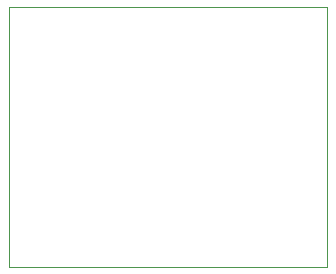
<source format=gbr>
%TF.GenerationSoftware,KiCad,Pcbnew,(6.0.1)*%
%TF.CreationDate,2022-01-29T14:42:53+08:00*%
%TF.ProjectId,practice,70726163-7469-4636-952e-6b696361645f,rev?*%
%TF.SameCoordinates,Original*%
%TF.FileFunction,Profile,NP*%
%FSLAX46Y46*%
G04 Gerber Fmt 4.6, Leading zero omitted, Abs format (unit mm)*
G04 Created by KiCad (PCBNEW (6.0.1)) date 2022-01-29 14:42:53*
%MOMM*%
%LPD*%
G01*
G04 APERTURE LIST*
%TA.AperFunction,Profile*%
%ADD10C,0.100000*%
%TD*%
G04 APERTURE END LIST*
D10*
X164000000Y-91000000D02*
X137000000Y-91000000D01*
X137000000Y-91000000D02*
X137000000Y-69000000D01*
X137000000Y-69000000D02*
X164000000Y-69000000D01*
X164000000Y-69000000D02*
X164000000Y-91000000D01*
M02*

</source>
